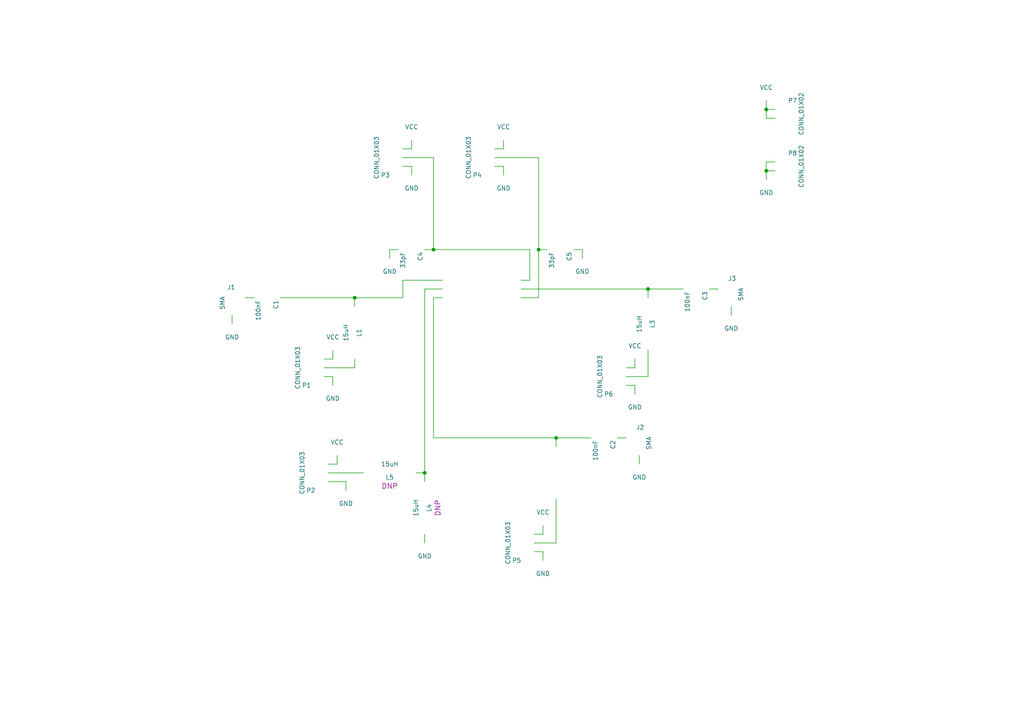
<source format=kicad_sch>
(kicad_sch (version 20230121) (generator eeschema)
  (paper "A4")
  (lib_symbols)
  (junction (at 222.25 31.75))
  (junction (at 161.29 127))
  (junction (at 125.73 72.39))
  (junction (at 187.96 83.82))
  (junction (at 222.25 49.53))
  (junction (at 102.87 86.36))
  (junction (at 156.21 72.39))
  (junction (at 123.19 137.16))
  (wire (pts (xy 128.27 81.28) (xy 116.84 81.28)))
  (wire (pts (xy 222.25 46.99) (xy 222.25 49.53)))
  (wire (pts (xy 95.25 137.16) (xy 105.41 137.16)))
  (wire (pts (xy 123.19 83.82) (xy 128.27 83.82)))
  (wire (pts (xy 95.25 139.7) (xy 100.33 139.7)))
  (wire (pts (xy 156.21 72.39) (xy 156.21 86.36)))
  (wire (pts (xy 222.25 31.75) (xy 222.25 34.29)))
  (wire (pts (xy 146.05 43.18) (xy 143.51 43.18)))
  (wire (pts (xy 184.15 106.68) (xy 181.61 106.68)))
  (wire (pts (xy 154.94 157.48) (xy 161.29 157.48)))
  (wire (pts (xy 123.19 83.82) (xy 123.19 137.16)))
  (wire (pts (xy 222.25 31.75) (xy 224.79 31.75)))
  (wire (pts (xy 181.61 109.22) (xy 187.96 109.22)))
  (wire (pts (xy 222.25 46.99) (xy 224.79 46.99)))
  (wire (pts (xy 187.96 83.82) (xy 187.96 86.36)))
  (wire (pts (xy 67.31 91.44) (xy 67.31 93.98)))
  (wire (pts (xy 73.66 86.36) (xy 71.12 86.36)))
  (wire (pts (xy 96.52 109.22) (xy 96.52 111.76)))
  (wire (pts (xy 143.51 48.26) (xy 146.05 48.26)))
  (wire (pts (xy 119.38 48.26) (xy 119.38 50.8)))
  (wire (pts (xy 151.13 83.82) (xy 187.96 83.82)))
  (wire (pts (xy 151.13 81.28) (xy 153.67 81.28)))
  (wire (pts (xy 187.96 109.22) (xy 187.96 101.6)))
  (wire (pts (xy 113.03 72.39) (xy 115.57 72.39)))
  (wire (pts (xy 168.91 72.39) (xy 168.91 74.93)))
  (wire (pts (xy 102.87 86.36) (xy 81.28 86.36)))
  (wire (pts (xy 161.29 129.54) (xy 161.29 127)))
  (wire (pts (xy 102.87 106.68) (xy 102.87 104.14)))
  (wire (pts (xy 184.15 104.14) (xy 184.15 106.68)))
  (wire (pts (xy 166.37 72.39) (xy 168.91 72.39)))
  (wire (pts (xy 123.19 154.94) (xy 123.19 157.48)))
  (wire (pts (xy 156.21 72.39) (xy 158.75 72.39)))
  (wire (pts (xy 157.48 154.94) (xy 154.94 154.94)))
  (wire (pts (xy 157.48 160.02) (xy 157.48 162.56)))
  (wire (pts (xy 120.65 137.16) (xy 123.19 137.16)))
  (wire (pts (xy 96.52 104.14) (xy 93.98 104.14)))
  (wire (pts (xy 119.38 43.18) (xy 116.84 43.18)))
  (wire (pts (xy 97.79 134.62) (xy 95.25 134.62)))
  (wire (pts (xy 154.94 160.02) (xy 157.48 160.02)))
  (wire (pts (xy 161.29 127) (xy 171.45 127)))
  (wire (pts (xy 161.29 157.48) (xy 161.29 144.78)))
  (wire (pts (xy 123.19 72.39) (xy 125.73 72.39)))
  (wire (pts (xy 146.05 48.26) (xy 146.05 50.8)))
  (wire (pts (xy 125.73 86.36) (xy 125.73 127)))
  (wire (pts (xy 125.73 45.72) (xy 125.73 72.39)))
  (wire (pts (xy 128.27 86.36) (xy 125.73 86.36)))
  (wire (pts (xy 116.84 86.36) (xy 102.87 86.36)))
  (wire (pts (xy 146.05 40.64) (xy 146.05 43.18)))
  (wire (pts (xy 119.38 40.64) (xy 119.38 43.18)))
  (wire (pts (xy 125.73 72.39) (xy 153.67 72.39)))
  (wire (pts (xy 156.21 86.36) (xy 151.13 86.36)))
  (wire (pts (xy 157.48 152.4) (xy 157.48 154.94)))
  (wire (pts (xy 156.21 45.72) (xy 156.21 72.39)))
  (wire (pts (xy 113.03 74.93) (xy 113.03 72.39)))
  (wire (pts (xy 222.25 29.21) (xy 222.25 31.75)))
  (wire (pts (xy 116.84 81.28) (xy 116.84 86.36)))
  (wire (pts (xy 102.87 86.36) (xy 102.87 88.9)))
  (wire (pts (xy 224.79 49.53) (xy 222.25 49.53)))
  (wire (pts (xy 116.84 48.26) (xy 119.38 48.26)))
  (wire (pts (xy 184.15 111.76) (xy 184.15 114.3)))
  (wire (pts (xy 205.74 83.82) (xy 208.28 83.82)))
  (wire (pts (xy 222.25 34.29) (xy 224.79 34.29)))
  (wire (pts (xy 179.07 127) (xy 181.61 127)))
  (wire (pts (xy 125.73 127) (xy 161.29 127)))
  (wire (pts (xy 185.42 132.08) (xy 185.42 134.62)))
  (wire (pts (xy 212.09 88.9) (xy 212.09 91.44)))
  (wire (pts (xy 93.98 109.22) (xy 96.52 109.22)))
  (wire (pts (xy 153.67 81.28) (xy 153.67 72.39)))
  (wire (pts (xy 97.79 132.08) (xy 97.79 134.62)))
  (wire (pts (xy 100.33 139.7) (xy 100.33 142.24)))
  (wire (pts (xy 123.19 137.16) (xy 123.19 139.7)))
  (wire (pts (xy 116.84 45.72) (xy 125.73 45.72)))
  (wire (pts (xy 143.51 45.72) (xy 156.21 45.72)))
  (wire (pts (xy 187.96 83.82) (xy 198.12 83.82)))
  (wire (pts (xy 222.25 49.53) (xy 222.25 52.07)))
  (wire (pts (xy 96.52 101.6) (xy 96.52 104.14)))
  (wire (pts (xy 93.98 106.68) (xy 102.87 106.68)))
  (wire (pts (xy 181.61 111.76) (xy 184.15 111.76)))
  (symbol (lib_id "BNC") (at 212.09 83.82 0) (unit 1)
    (property "Reference" "J3" (at 212.344 80.772 0))
    (property "Value" "SMA" (at 214.884 85.344 90))
    (property "Footprint" "gsg-modules:SMA-VERTICAL" (effects hide))
  )
  (symbol (lib_id "BNC") (at 67.31 86.36 0) (mirror y) (unit 1)
    (property "Reference" "J1" (at 67.056 83.312 0))
    (property "Value" "SMA" (at 64.516 87.884 90))
    (property "Footprint" "gsg-modules:SMA-VERTICAL" (effects hide))
  )
  (symbol (lib_id "GND") (at 67.31 93.98 0) (unit 1)
    (property "Reference" "#PWR01" (effects hide))
    (property "Value" "GND" (at 67.31 97.79 0))
  )
  (symbol (lib_id "GND") (at 212.09 91.44 0) (unit 1)
    (property "Reference" "#PWR02" (effects hide))
    (property "Value" "GND" (at 212.09 95.25 0))
  )
  (symbol (lib_id "GND") (at 123.19 157.48 0) (unit 1)
    (property "Reference" "#PWR03" (effects hide))
    (property "Value" "GND" (at 123.19 161.29 0))
  )
  (symbol (lib_id "GND") (at 100.33 142.24 0) (unit 1)
    (property "Reference" "#PWR04" (effects hide))
    (property "Value" "GND" (at 100.33 146.05 0))
  )
  (symbol (lib_id "C") (at 77.47 86.36 270) (unit 1)
    (property "Reference" "C1" (at 80.01 86.995 0) (effects (justify left)))
    (property "Value" "100nF" (at 74.93 86.995 0) (effects (justify left)))
    (property "Footprint" "gsg-modules:0402" (effects hide))
    (property "Manufacturer" "Murata" (effects hide))
    (property "Part Number" "GRM155R61A104KA01D" (effects hide))
    (property "Description" "CAP CER 0.1UF 10V 10% X5R 0402" (effects hide))
  )
  (symbol (lib_id "CONN_01X03") (at 88.9 106.68 180) (unit 1)
    (property "Reference" "P1" (at 88.9 111.76 0))
    (property "Value" "CONN_01X03" (at 86.36 106.68 90))
    (property "Footprint" "gsg-modules:HEADER-1x3" (effects hide))
  )
  (symbol (lib_id "VCC") (at 96.52 101.6 0) (unit 1)
    (property "Reference" "#PWR05" (effects hide))
    (property "Value" "VCC" (at 96.52 97.79 0))
  )
  (symbol (lib_id "GND") (at 96.52 111.76 0) (unit 1)
    (property "Reference" "#PWR06" (effects hide))
    (property "Value" "GND" (at 96.52 115.57 0))
  )
  (symbol (lib_id "CONN_01X03") (at 90.17 137.16 180) (unit 1)
    (property "Reference" "P2" (at 90.17 142.24 0))
    (property "Value" "CONN_01X03" (at 87.63 137.16 90))
    (property "Footprint" "gsg-modules:HEADER-1x3" (effects hide))
  )
  (symbol (lib_id "VCC") (at 97.79 132.08 0) (unit 1)
    (property "Reference" "#PWR07" (effects hide))
    (property "Value" "VCC" (at 97.79 128.27 0))
  )
  (symbol (lib_id "CONN_01X03") (at 176.53 109.22 180) (unit 1)
    (property "Reference" "P6" (at 176.53 114.3 0))
    (property "Value" "CONN_01X03" (at 173.99 109.22 90))
    (property "Footprint" "gsg-modules:HEADER-1x3" (effects hide))
  )
  (symbol (lib_id "VCC") (at 184.15 104.14 0) (unit 1)
    (property "Reference" "#PWR08" (effects hide))
    (property "Value" "VCC" (at 184.15 100.33 0))
  )
  (symbol (lib_id "GND") (at 184.15 114.3 0) (unit 1)
    (property "Reference" "#PWR09" (effects hide))
    (property "Value" "GND" (at 184.15 118.11 0))
  )
  (symbol (lib_id "BNC") (at 185.42 127 0) (unit 1)
    (property "Reference" "J2" (at 185.674 123.952 0))
    (property "Value" "SMA" (at 188.214 128.524 90))
    (property "Footprint" "gsg-modules:SMA-VERTICAL" (effects hide))
  )
  (symbol (lib_id "GND") (at 185.42 134.62 0) (unit 1)
    (property "Reference" "#PWR010" (effects hide))
    (property "Value" "GND" (at 185.42 138.43 0))
  )
  (symbol (lib_id "CONN_01X03") (at 149.86 157.48 180) (unit 1)
    (property "Reference" "P5" (at 149.86 162.56 0))
    (property "Value" "CONN_01X03" (at 147.32 157.48 90))
    (property "Footprint" "gsg-modules:HEADER-1x3" (effects hide))
  )
  (symbol (lib_id "VCC") (at 157.48 152.4 0) (unit 1)
    (property "Reference" "#PWR011" (effects hide))
    (property "Value" "VCC" (at 157.48 148.59 0))
  )
  (symbol (lib_id "GND") (at 157.48 162.56 0) (unit 1)
    (property "Reference" "#PWR012" (effects hide))
    (property "Value" "GND" (at 157.48 166.37 0))
  )
  (symbol (lib_id "CONN_01X03") (at 138.43 45.72 180) (unit 1)
    (property "Reference" "P4" (at 138.43 50.8 0))
    (property "Value" "CONN_01X03" (at 135.89 45.72 90))
    (property "Footprint" "gsg-modules:HEADER-1x3" (effects hide))
  )
  (symbol (lib_id "VCC") (at 146.05 40.64 0) (unit 1)
    (property "Reference" "#PWR013" (effects hide))
    (property "Value" "VCC" (at 146.05 36.83 0))
  )
  (symbol (lib_id "GND") (at 146.05 50.8 0) (unit 1)
    (property "Reference" "#PWR014" (effects hide))
    (property "Value" "GND" (at 146.05 54.61 0))
  )
  (symbol (lib_id "CONN_01X03") (at 111.76 45.72 180) (unit 1)
    (property "Reference" "P3" (at 111.76 50.8 0))
    (property "Value" "CONN_01X03" (at 109.22 45.72 90))
    (property "Footprint" "gsg-modules:HEADER-1x3" (effects hide))
  )
  (symbol (lib_id "VCC") (at 119.38 40.64 0) (unit 1)
    (property "Reference" "#PWR015" (effects hide))
    (property "Value" "VCC" (at 119.38 36.83 0))
  )
  (symbol (lib_id "GND") (at 119.38 50.8 0) (unit 1)
    (property "Reference" "#PWR016" (effects hide))
    (property "Value" "GND" (at 119.38 54.61 0))
  )
  (symbol (lib_id "CONN_01X02") (at 229.87 33.02 0) (unit 1)
    (property "Reference" "P7" (at 229.87 29.21 0))
    (property "Value" "CONN_01X02" (at 232.41 33.02 90))
    (property "Footprint" "gsg-modules:HEADER-1x2" (effects hide))
  )
  (symbol (lib_id "CONN_01X02") (at 229.87 48.26 0) (unit 1)
    (property "Reference" "P8" (at 229.87 44.45 0))
    (property "Value" "CONN_01X02" (at 232.41 48.26 90))
    (property "Footprint" "gsg-modules:HEADER-1x2" (effects hide))
  )
  (symbol (lib_id "VCC") (at 222.25 29.21 0) (unit 1)
    (property "Reference" "#PWR017" (effects hide))
    (property "Value" "VCC" (at 222.25 25.4 0))
  )
  (symbol (lib_id "GND") (at 222.25 52.07 0) (unit 1)
    (property "Reference" "#PWR018" (effects hide))
    (property "Value" "GND" (at 222.25 55.88 0))
  )
  (symbol (lib_id "GND") (at 168.91 74.93 0) (unit 1)
    (property "Reference" "#PWR019" (effects hide))
    (property "Value" "GND" (at 168.91 78.74 0))
  )
  (symbol (lib_id "C") (at 119.38 72.39 270) (unit 1)
    (property "Reference" "C4" (at 121.92 73.025 0) (effects (justify left)))
    (property "Value" "33pF" (at 116.84 73.025 0) (effects (justify left)))
    (property "Footprint" "gsg-modules:0402" (effects hide))
    (property "Manufacturer" "Murata" (effects hide))
    (property "Part Number" "GRM1555C1H330JA01D" (effects hide))
    (property "Description" "CAP CER 33PF 50V 5% NP0 0402" (effects hide))
  )
  (symbol (lib_id "GND") (at 113.03 74.93 0) (unit 1)
    (property "Reference" "#PWR020" (effects hide))
    (property "Value" "GND" (at 113.03 78.74 0))
  )
  (symbol (lib_id "INDUCTOR") (at 102.87 96.52 180) (unit 1)
    (property "Reference" "L1" (at 104.14 96.52 90))
    (property "Value" "15uH" (at 100.33 96.52 90))
    (property "Footprint" "gsg-modules:0603" (effects hide))
    (property "Manufacturer" "Taiyo Yuden" (effects hide))
    (property "Part Number" "BRL1608T150M" (effects hide))
    (property "Description" "FIXED IND 15UH 200MA 3.328 OHM" (effects hide))
  )
  (symbol (lib_id "SKY13351") (at 139.7 83.82 0) (unit 1)
    (property "Reference" "U1" (at 139.7 78.74 0) (effects (font (size 1.524 1.524))))
    (property "Value" "SKY13351" (at 139.7 88.9 0) (effects (font (size 1.524 1.524))))
    (property "Footprint" "gsg-modules:SKY13351-378LF" (effects hide))
    (property "Manufacturer" "Skyworks" (effects hide))
    (property "Part Number" "SKY13351-378LF" (effects hide))
    (property "Description" "C SW SPDT 20 MHz - 6 GHz GAAS 6MLPD " (effects hide))
  )
  (symbol (lib_id "INDUCTOR") (at 123.19 147.32 180) (unit 1)
    (property "Reference" "L4" (at 124.46 147.32 90))
    (property "Value" "15uH" (at 120.65 147.32 90))
    (property "Footprint" "gsg-modules:0603" (effects hide))
    (property "Manufacturer" "Taiyo Yuden" (effects hide))
    (property "Part Number" "BRL1608T150M" (effects hide))
    (property "Description" "FIXED IND 15UH 200MA 3.328 OHM" (effects hide))
    (property "Note" "DNP" (at 127 147.32 90) (effects (font (size 1.524 1.524))))
  )
  (symbol (lib_id "INDUCTOR") (at 161.29 137.16 180) (unit 1)
    (property "Reference" "L2" (at 162.56 137.16 90))
    (property "Value" "15uH" (at 158.75 137.16 90))
    (property "Footprint" "gsg-modules:0603" (effects hide))
    (property "Manufacturer" "Taiyo Yuden" (effects hide))
    (property "Part Number" "BRL1608T150M" (effects hide))
    (property "Description" "FIXED IND 15UH 200MA 3.328 OHM" (effects hide))
  )
  (symbol (lib_id "INDUCTOR") (at 187.96 93.98 180) (unit 1)
    (property "Reference" "L3" (at 189.23 93.98 90))
    (property "Value" "15uH" (at 185.42 93.98 90))
    (property "Footprint" "gsg-modules:0603" (effects hide))
    (property "Manufacturer" "Taiyo Yuden" (effects hide))
    (property "Part Number" "BRL1608T150M" (effects hide))
    (property "Description" "FIXED IND 15UH 200MA 3.328 OHM" (effects hide))
  )
  (symbol (lib_id "INDUCTOR") (at 113.03 137.16 90) (unit 1)
    (property "Reference" "L5" (at 113.03 138.43 90))
    (property "Value" "15uH" (at 113.03 134.62 90))
    (property "Footprint" "gsg-modules:0603" (effects hide))
    (property "Manufacturer" "Taiyo Yuden" (effects hide))
    (property "Part Number" "BRL1608T150M" (effects hide))
    (property "Description" "FIXED IND 15UH 200MA 3.328 OHM" (effects hide))
    (property "Note" "DNP" (at 113.03 140.97 90) (effects (font (size 1.524 1.524))))
  )
  (symbol (lib_id "C") (at 175.26 127 270) (unit 1)
    (property "Reference" "C2" (at 177.8 127.635 0) (effects (justify left)))
    (property "Value" "100nF" (at 172.72 127.635 0) (effects (justify left)))
    (property "Footprint" "gsg-modules:0402" (effects hide))
    (property "Manufacturer" "Murata" (effects hide))
    (property "Part Number" "GRM155R61A104KA01D" (effects hide))
    (property "Description" "CAP CER 0.1UF 10V 10% X5R 0402" (effects hide))
  )
  (symbol (lib_id "C") (at 201.93 83.82 270) (unit 1)
    (property "Reference" "C3" (at 204.47 84.455 0) (effects (justify left)))
    (property "Value" "100nF" (at 199.39 84.455 0) (effects (justify left)))
    (property "Footprint" "gsg-modules:0402" (effects hide))
    (property "Manufacturer" "Murata" (effects hide))
    (property "Part Number" "GRM155R61A104KA01D" (effects hide))
    (property "Description" "CAP CER 0.1UF 10V 10% X5R 0402" (effects hide))
  )
  (symbol (lib_id "C") (at 162.56 72.39 270) (unit 1)
    (property "Reference" "C5" (at 165.1 73.025 0) (effects (justify left)))
    (property "Value" "33pF" (at 160.02 73.025 0) (effects (justify left)))
    (property "Footprint" "gsg-modules:0402" (effects hide))
    (property "Manufacturer" "Murata" (effects hide))
    (property "Part Number" "GRM1555C1H330JA01D" (effects hide))
    (property "Description" "CAP CER 33PF 50V 5% NP0 0402" (effects hide))
  )
)
</source>
